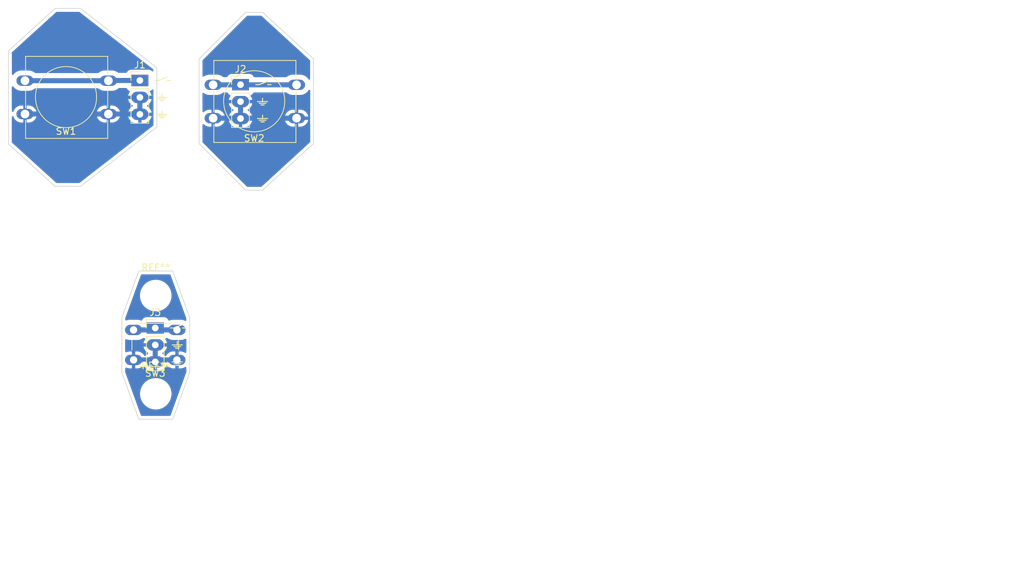
<source format=kicad_pcb>
(kicad_pcb (version 20211014) (generator pcbnew)
  (layers (0 "F.Cu" signal) (31 "B.Cu" signal) (34 "B.Paste" user) (35 "F.Paste" user) (36 "B.SilkS" user "B.Silkscreen") (37 "F.SilkS" user "F.Silkscreen") (38 "B.Mask" user) (39 "F.Mask" user) (44 "Edge.Cuts" user))
  (net 0 "")
  (net 1 "GND")
  (net 2 "Net-(J1-Pad1)")
  (net 3 "Net-(J2-Pad1)")
  (net 4 "Net-(J3-Pad1)")
  (footprint "My_Misc:SW_PUSH-12mm_large" (layer "F.Cu") (at 66.565 47.585 180)
    (fp_text reference "SW1" (at 6.35 -2.585) (layer "F.SilkS"))
    (fp_text value "SW_Push")
    (fp_line (start 0.1 8.65) (end 0.1 5.93) (layer "F.SilkS") (width 0.12))
    (fp_line (start 12.4 -3.65) (end 12.4 -0.93) (layer "F.SilkS") (width 0.12))
    (fp_line (start 12.4 5.93) (end 12.4 8.65) (layer "F.SilkS") (width 0.12))
    (fp_line (start 12.4 0.93) (end 12.4 4.07) (layer "F.SilkS") (width 0.12))
    (fp_line (start 0.1 -0.93) (end 0.1 -3.65) (layer "F.SilkS") (width 0.12))
    (fp_line (start 12.4 8.65) (end 0.1 8.65) (layer "F.SilkS") (width 0.12))
    (fp_line (start 0.1 4.07) (end 0.1 0.93) (layer "F.SilkS") (width 0.12))
    (fp_line (start 0.1 -3.65) (end 12.4 -3.65) (layer "F.SilkS") (width 0.12))
    (fp_circle (center 6.35 2.54) (end 10.16 5.08) (layer "F.SilkS") (width 0.12) (fill none))
    (pad "1" thru_hole oval (at 12.5 0 180) (size 2.54 1.524) (drill 1.3) (layers *.Cu *.Mask) (net 1 "GND"))
    (pad "1" thru_hole oval (at 0 0 180) (size 2.54 1.524) (drill 1.3) (layers *.Cu *.Mask) (net 1 "GND"))
    (pad "2" thru_hole oval (at 12.5 5 180) (size 2.54 1.524) (drill 1.3) (layers *.Cu *.Mask) (net 2 "Net-(J1-Pad1)"))
    (pad "2" thru_hole oval (at 0 5 180) (size 2.54 1.524) (drill 1.3) (layers *.Cu *.Mask) (net 2 "Net-(J1-Pad1)"))
  )
  (footprint "MountingHole:MountingHole_3.2mm_M3" (layer "F.Cu") (at 73.66 74.803)
    (fp_text reference "REF**" (at 0 -4.2) (layer "F.SilkS"))
    (fp_text value "MountingHole_3.2mm_M3" hide)
    (pad "" np_thru_hole circle locked (at 0 0) (size 3.2 3.2) (drill 3.2) (layers *.Cu *.Mask))
  )
  (footprint "My_Headers:3-pin_button+2xGND_header_large" (layer "F.Cu") (at 73.585 79.665)
    (fp_text reference "J3" (at 0 -2.33) (layer "F.SilkS"))
    (fp_text value "3-pin_button+2xGND_header" hide)
    (fp_line (start 1.33 1.27) (end 1.33 6.41) (layer "F.SilkS") (width 0.12))
    (fp_line (start 3.048 3.048) (end 3.556 3.048) (layer "F.SilkS") (width 0.15))
    (fp_line (start 3.302 2.54) (end 3.302 2.032) (layer "F.SilkS") (width 0.15))
    (fp_line (start 3.302 5.08) (end 3.302 4.572) (layer "F.SilkS") (width 0.15))
    (fp_line (start 3.048 5.588) (end 3.556 5.588) (layer "F.SilkS") (width 0.15))
    (fp_line (start -1.33 6.41) (end 1.33 6.41) (layer "F.SilkS") (width 0.12))
    (fp_line (start -1.33 1.27) (end -1.33 6.41) (layer "F.SilkS") (width 0.12))
    (fp_line (start 2.54 5.08) (end 4.064 5.08) (layer "F.SilkS") (width 0.15))
    (fp_line (start 2.794 0) (end 4.064 -0.508) (layer "F.SilkS") (width 0.15))
    (fp_line (start -1.33 0) (end -1.33 -1.33) (layer "F.SilkS") (width 0.12))
    (fp_line (start 2.54 2.54) (end 4.064 2.54) (layer "F.SilkS") (width 0.15))
    (fp_line (start -1.33 1.27) (end 1.33 1.27) (layer "F.SilkS") (width 0.12))
    (fp_line (start 2.794 5.334) (end 3.81 5.334) (layer "F.SilkS") (width 0.15))
    (fp_line (start 4.064 0) (end 4.572 0) (layer "F.SilkS") (width 0.15))
    (fp_line (start 2.286 0) (end 2.794 0) (layer "F.SilkS") (width 0.15))
    (fp_line (start -1.33 -1.33) (end 0 -1.33) (layer "F.SilkS") (width 0.12))
    (fp_line (start 2.794 2.794) (end 3.81 2.794) (layer "F.SilkS") (width 0.15))
    (pad "1" thru_hole rect (at 0 0) (size 2.54 1.7) (drill 1) (layers *.Cu *.Mask) (net 4 "Net-(J3-Pad1)"))
    (pad "2" thru_hole oval (at 0 2.54) (size 2.54 1.7) (drill 1) (layers *.Cu *.Mask) (net 1 "GND"))
    (pad "3" thru_hole oval (at 0 5.08) (size 2.54 1.7) (drill 1) (layers *.Cu *.Mask) (net 1 "GND"))
  )
  (footprint "My_Headers:3-pin_button+2xGND_header_large" (layer "F.Cu") (at 71.28 42.55)
    (fp_text reference "J1" (at 0 -2.33) (layer "F.SilkS"))
    (fp_text value "3-pin_button+2xGND_header" hide)
    (fp_line (start 2.794 2.794) (end 3.81 2.794) (layer "F.SilkS") (width 0.15))
    (fp_line (start -1.33 6.41) (end 1.33 6.41) (layer "F.SilkS") (width 0.12))
    (fp_line (start 3.302 5.08) (end 3.302 4.572) (layer "F.SilkS") (width 0.15))
    (fp_line (start -1.33 1.27) (end -1.33 6.41) (layer "F.SilkS") (width 0.12))
    (fp_line (start -1.33 -1.33) (end 0 -1.33) (layer "F.SilkS") (width 0.12))
    (fp_line (start 4.064 0) (end 4.572 0) (layer "F.SilkS") (width 0.15))
    (fp_line (start 3.302 2.54) (end 3.302 2.032) (layer "F.SilkS") (width 0.15))
    (fp_line (start 2.794 0) (end 4.064 -0.508) (layer "F.SilkS") (width 0.15))
    (fp_line (start 3.048 3.048) (end 3.556 3.048) (layer "F.SilkS") (width 0.15))
    (fp_line (start 2.54 5.08) (end 4.064 5.08) (layer "F.SilkS") (width 0.15))
    (fp_line (start 2.794 5.334) (end 3.81 5.334) (layer "F.SilkS") (width 0.15))
    (fp_line (start -1.33 0) (end -1.33 -1.33) (layer "F.SilkS") (width 0.12))
    (fp_line (start 2.286 0) (end 2.794 0) (layer "F.SilkS") (width 0.15))
    (fp_line (start 3.048 5.588) (end 3.556 5.588) (layer "F.SilkS") (width 0.15))
    (fp_line (start 1.33 1.27) (end 1.33 6.41) (layer "F.SilkS") (width 0.12))
    (fp_line (start -1.33 1.27) (end 1.33 1.27) (layer "F.SilkS") (width 0.12))
    (fp_line (start 2.54 2.54) (end 4.064 2.54) (layer "F.SilkS") (width 0.15))
    (pad "1" thru_hole rect (at 0 0) (size 2.54 1.7) (drill 1) (layers *.Cu *.Mask) (net 2 "Net-(J1-Pad1)"))
    (pad "2" thru_hole oval (at 0 2.54) (size 2.54 1.7) (drill 1) (layers *.Cu *.Mask) (net 1 "GND"))
    (pad "3" thru_hole oval (at 0 5.08) (size 2.54 1.7) (drill 1) (layers *.Cu *.Mask) (net 1 "GND"))
  )
  (footprint "My_Misc:SW_PUSH_6mm_large" (layer "F.Cu") (at 76.835 84.455 180)
    (fp_text reference "SW3" (at 3.25 -2) (layer "F.SilkS"))
    (fp_text value "SW_Push")
    (fp_line (start 6.75 3) (end 6.75 1.5) (layer "F.SilkS") (width 0.12))
    (fp_line (start 1 5.5) (end 5.5 5.5) (layer "F.SilkS") (width 0.12))
    (fp_line (start 5.5 -1) (end 1 -1) (layer "F.SilkS") (width 0.12))
    (fp_line (start -0.25 1.5) (end -0.25 3) (layer "F.SilkS") (width 0.12))
    (pad "1" thru_hole oval locked (at 6.5 0 270) (size 1.524 2.54) (drill 1.1) (layers *.Cu *.Mask) (net 1 "GND"))
    (pad "1" thru_hole oval locked (at 0 0 270) (size 1.524 2.54) (drill 1.1) (layers *.Cu *.Mask) (net 1 "GND"))
    (pad "2" thru_hole oval locked (at 6.5 4.5 270) (size 1.524 2.54) (drill 1.1) (layers *.Cu *.Mask) (net 4 "Net-(J3-Pad1)"))
    (pad "2" thru_hole oval locked (at 0 4.5 270) (size 1.524 2.54) (drill 1.1) (layers *.Cu *.Mask) (net 4 "Net-(J3-Pad1)"))
  )
  (footprint "My_Misc:SW_PUSH-12mm_large" (layer "F.Cu") (at 94.755995 48.205009 180)
    (fp_text reference "SW2" (at 6.35 -3.005) (layer "F.SilkS"))
    (fp_text value "SW_Push")
    (fp_line (start 12.4 -3.65) (end 12.4 -0.93) (layer "F.SilkS") (width 0.12))
    (fp_line (start 0.1 4.07) (end 0.1 0.93) (layer "F.SilkS") (width 0.12))
    (fp_line (start 12.4 5.93) (end 12.4 8.65) (layer "F.SilkS") (width 0.12))
    (fp_line (start 12.4 0.93) (end 12.4 4.07) (layer "F.SilkS") (width 0.12))
    (fp_line (start 12.4 8.65) (end 0.1 8.65) (layer "F.SilkS") (width 0.12))
    (fp_line (start 0.1 -0.93) (end 0.1 -3.65) (layer "F.SilkS") (width 0.12))
    (fp_line (start 0.1 -3.65) (end 12.4 -3.65) (layer "F.SilkS") (width 0.12))
    (fp_line (start 0.1 8.65) (end 0.1 5.93) (layer "F.SilkS") (width 0.12))
    (fp_circle (center 6.35 2.54) (end 10.16 5.08) (layer "F.SilkS") (width 0.12) (fill none))
    (pad "1" thru_hole oval (at 12.5 0 180) (size 2.54 1.524) (drill 1.3) (layers *.Cu *.Mask) (net 1 "GND"))
    (pad "1" thru_hole oval (at 0 0 180) (size 2.54 1.524) (drill 1.3) (layers *.Cu *.Mask) (net 1 "GND"))
    (pad "2" thru_hole oval (at 0 5 180) (size 2.54 1.524) (drill 1.3) (layers *.Cu *.Mask) (net 3 "Net-(J2-Pad1)"))
    (pad "2" thru_hole oval (at 12.5 5 180) (size 2.54 1.524) (drill 1.3) (layers *.Cu *.Mask) (net 3 "Net-(J2-Pad1)"))
  )
  (footprint "MountingHole:MountingHole_3.2mm_M3" (layer "F.Cu") (at 73.66 89.535)
    (fp_text reference "REF**" (at 0 -4.2) (layer "F.SilkS"))
    (fp_text value "MountingHole_3.2mm_M3" hide)
    (pad "" np_thru_hole circle locked (at 0 0) (size 3.2 3.2) (drill 3.2) (layers *.Cu *.Mask))
  )
  (footprint "My_Headers:3-pin_button+2xGND_header_large" (layer "F.Cu") (at 86.36 43.18)
    (fp_text reference "J2" (at 0 -2.33) (layer "F.SilkS"))
    (fp_text value "3-pin_button+2xGND_header" hide)
    (fp_line (start 2.794 0) (end 4.064 -0.508) (layer "F.SilkS") (width 0.15))
    (fp_line (start 3.302 2.54) (end 3.302 2.032) (layer "F.SilkS") (width 0.15))
    (fp_line (start 1.33 1.27) (end 1.33 6.41) (layer "F.SilkS") (width 0.12))
    (fp_line (start 2.54 5.08) (end 4.064 5.08) (layer "F.SilkS") (width 0.15))
    (fp_line (start 2.286 0) (end 2.794 0) (layer "F.SilkS") (width 0.15))
    (fp_line (start 3.048 5.588) (end 3.556 5.588) (layer "F.SilkS") (width 0.15))
    (fp_line (start 4.064 0) (end 4.572 0) (layer "F.SilkS") (width 0.15))
    (fp_line (start -1.33 1.27) (end -1.33 6.41) (layer "F.SilkS") (width 0.12))
    (fp_line (start -1.33 -1.33) (end 0 -1.33) (layer "F.SilkS") (width 0.12))
    (fp_line (start -1.33 1.27) (end 1.33 1.27) (layer "F.SilkS") (width 0.12))
    (fp_line (start -1.33 0) (end -1.33 -1.33) (layer "F.SilkS") (width 0.12))
    (fp_line (start 2.794 2.794) (end 3.81 2.794) (layer "F.SilkS") (width 0.15))
    (fp_line (start 2.794 5.334) (end 3.81 5.334) (layer "F.SilkS") (width 0.15))
    (fp_line (start 2.54 2.54) (end 4.064 2.54) (layer "F.SilkS") (width 0.15))
    (fp_line (start -1.33 6.41) (end 1.33 6.41) (layer "F.SilkS") (width 0.12))
    (fp_line (start 3.302 5.08) (end 3.302 4.572) (layer "F.SilkS") (width 0.15))
    (fp_line (start 3.048 3.048) (end 3.556 3.048) (layer "F.SilkS") (width 0.15))
    (pad "1" thru_hole rect (at 0 0) (size 2.54 1.7) (drill 1) (layers *.Cu *.Mask) (net 3 "Net-(J2-Pad1)"))
    (pad "2" thru_hole oval (at 0 2.54) (size 2.54 1.7) (drill 1) (layers *.Cu *.Mask) (net 1 "GND"))
    (pad "3" thru_hole oval (at 0 5.08) (size 2.54 1.7) (drill 1) (layers *.Cu *.Mask) (net 1 "GND"))
  )
  (gr_line (start 73.82 49.535) (end 73.82 40.645) (layer "Edge.Cuts") (width 0.1))
  (gr_line (start 80.150995 52.015009) (end 87.135995 59.000009) (layer "Edge.Cuts") (width 0.1))
  (gr_line (start 58.58 58.425) (end 62.39 58.425) (layer "Edge.Cuts") (width 0.1))
  (gr_line (start 89.675995 59.000009) (end 97.295995 52.015009) (layer "Edge.Cuts") (width 0.1))
  (gr_line (start 80.150995 39.315009) (end 80.150995 52.015009) (layer "Edge.Cuts") (width 0.1))
  (gr_line (start 62.39 58.425) (end 73.82 49.535) (layer "Edge.Cuts") (width 0.1))
  (gr_line (start 87.135995 32.330009) (end 80.150995 39.315009) (layer "Edge.Cuts") (width 0.1))
  (gr_line (start 62.39 31.755) (end 58.58 31.755) (layer "Edge.Cuts") (width 0.1))
  (gr_line (start 51.595 38.105) (end 51.595 52.075) (layer "Edge.Cuts") (width 0.1))
  (gr_line (start 68.58 86.36) (end 71.12 93.345) (layer "Edge.Cuts") (width 0.1))
  (gr_line (start 76.2 71.12) (end 71.12 71.12) (layer "Edge.Cuts") (width 0.1))
  (gr_line (start 78.74 86.36) (end 78.74 78.105) (layer "Edge.Cuts") (width 0.1))
  (gr_line (start 97.295995 52.015009) (end 97.295995 39.315009) (layer "Edge.Cuts") (width 0.1))
  (gr_line (start 71.12 93.345) (end 76.2 93.345) (layer "Edge.Cuts") (width 0.1))
  (gr_line (start 78.74 78.105) (end 76.2 71.12) (layer "Edge.Cuts") (width 0.1))
  (gr_line (start 51.595 52.075) (end 58.58 58.425) (layer "Edge.Cuts") (width 0.1))
  (gr_line (start 76.2 93.345) (end 78.74 86.36) (layer "Edge.Cuts") (width 0.1))
  (gr_line (start 73.82 40.645) (end 62.39 31.755) (layer "Edge.Cuts") (width 0.1))
  (gr_line (start 71.12 71.12) (end 68.58 78.105) (layer "Edge.Cuts") (width 0.1))
  (gr_line (start 97.295995 39.315009) (end 89.675995 32.330009) (layer "Edge.Cuts") (width 0.1))
  (gr_line (start 87.135995 59.000009) (end 89.675995 59.000009) (layer "Edge.Cuts") (width 0.1))
  (gr_line (start 89.675995 32.330009) (end 87.135995 32.330009) (layer "Edge.Cuts") (width 0.1))
  (gr_line (start 58.58 31.755) (end 51.595 38.105) (layer "Edge.Cuts") (width 0.1))
  (gr_line (start 68.58 78.105) (end 68.58 86.36) (layer "Edge.Cuts") (width 0.1))
  (segment (start 94.755995 48.205009) (end 82.055995 48.205009) (width 0.762) (layer "B.Cu") (net 1))
  (segment (start 71.28 47.54) (end 71.28 45.09) (width 0.762) (layer "B.Cu") (net 1))
  (segment (start 73.585 82.205) (end 73.585 84.38) (width 0.762) (layer "B.Cu") (net 1))
  (segment (start 54.065 47.585) (end 71.325 47.585) (width 0.762) (layer "B.Cu") (net 1))
  (segment (start 71.325 47.585) (end 71.28 47.54) (width 0.762) (layer "B.Cu") (net 1))
  (segment (start 70.335 84.455) (end 76.835 84.455) (width 0.762) (layer "B.Cu") (net 1))
  (segment (start 73.585 84.38) (end 73.66 84.455) (width 0.762) (layer "B.Cu") (net 1))
  (segment (start 86.359995 45.806009) (end 86.500995 45.665009) (width 0.762) (layer "B.Cu") (net 1))
  (segment (start 86.359995 48.260009) (end 86.359995 45.806009) (width 0.762) (layer "B.Cu") (net 1))
  (segment (start 66.835 42.55) (end 71.28 42.55) (width 0.762) (layer "B.Cu") (net 2))
  (segment (start 54.065 42.585) (end 66.8 42.585) (width 0.762) (layer "B.Cu") (net 2))
  (segment (start 66.8 42.585) (end 66.835 42.55) (width 0.762) (layer "B.Cu") (net 2))
  (segment (start 82.255995 43.205009) (end 94.675995 43.205009) (width 0.762) (layer "B.Cu") (net 3))
  (segment (start 94.675995 43.205009) (end 94.755995 43.125009) (width 0.762) (layer "B.Cu") (net 3))
  (segment (start 76.835 79.955) (end 70.54 79.955) (width 0.762) (layer "B.Cu") (net 4))
  (segment (start 70.54 79.955) (end 70.485 80.01) (width 0.762) (layer "B.Cu") (net 4))
  (zone (net 0) (net_name "") (layer "B.Cu") (connect_pads (clearance 0.508)) (min_thickness 0.254) (fill yes (thermal_gap 0.508) (thermal_bridge_width 0.508))
    (polygon (pts (xy 80.01 94.615) (xy 67.31 94.615) (xy 67.31 69.85) (xy 80.01 69.85)))
  )
  (zone (net 1) (net_name "GND") (layer "B.Cu") (connect_pads (clearance 0.508)) (min_thickness 0.254) (fill yes (thermal_gap 0.508) (thermal_bridge_width 0.508))
    (polygon (pts (xy 97.930995 59.635009) (xy 79.515995 59.635009) (xy 79.515995 31.695009) (xy 97.930995 31.695009)))
  )
  (zone (net 0) (net_name "") (layer "B.Cu") (connect_pads (clearance 0.508)) (min_thickness 0.254) (fill yes (thermal_gap 0.508) (thermal_bridge_width 0.508))
    (polygon (pts (xy 75.09 40.645) (xy 75.09 49.535) (xy 62.39 59.695) (xy 58.58 59.695) (xy 50.325 52.71) (xy 50.325 37.47) (xy 58.58 30.485) (xy 62.39 30.485)))
  )
  (zone (net 0) (net_name "") (layer "B.Cu") (connect_pads (clearance 0.508)) (min_thickness 0.254) (fill yes (thermal_gap 0.508) (thermal_bridge_width 0.508))
    (polygon (pts (xy 98.565995 60.270009) (xy 78.880995 60.270009) (xy 78.880995 31.060009) (xy 98.565995 31.060009)))
  )
  (zone (net 1) (net_name "GND") (layer "B.Cu") (connect_pads (clearance 0.508)) (min_thickness 0.254) (fill yes (thermal_gap 0.508) (thermal_bridge_width 0.508))
    (polygon (pts (xy 74.455 40.645) (xy 74.455 49.535) (xy 62.39 59.06) (xy 58.58 59.06) (xy 50.96 52.075) (xy 50.96 38.105) (xy 58.58 31.12) (xy 62.39 31.12)))
  )
  (zone (net 1) (net_name "GND") (layer "B.Cu") (connect_pads (clearance 0.508)) (min_thickness 0.254) (fill yes (thermal_gap 0.508) (thermal_bridge_width 0.508))
    (polygon (pts (xy 79.375 93.98) (xy 67.945 93.98) (xy 67.945 70.485) (xy 79.375 70.485)))
  )
)
</source>
